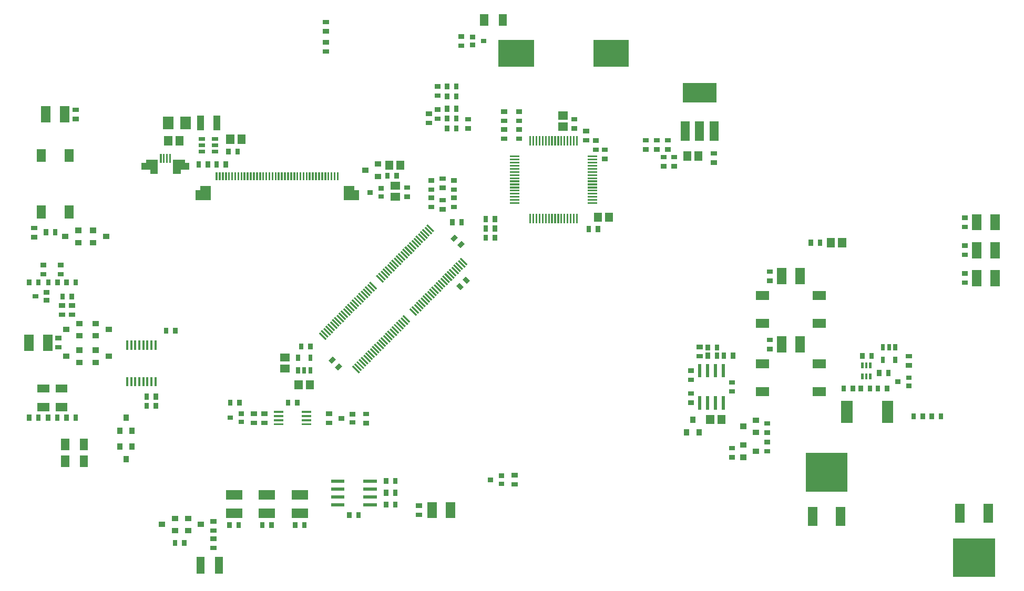
<source format=gbr>
G04 start of page 12 for group -4015 idx -4015 *
G04 Title: Power Board, toppaste *
G04 Creator: pcb 1.99z *
G04 CreationDate: Thu 09 Sep 2010 23:06:34 GMT UTC *
G04 For: rbarlow *
G04 Format: Gerber/RS-274X *
G04 PCB-Dimensions: 653543 393701 *
G04 PCB-Coordinate-Origin: lower left *
%MOIN*%
%FSLAX25Y25*%
%LNFRONTPASTE*%
%ADD11C,0.0200*%
%ADD32R,0.0283X0.0283*%
%ADD33R,0.0118X0.0118*%
%ADD34R,0.0340X0.0340*%
%ADD35R,0.0315X0.0315*%
%ADD36R,0.0630X0.0630*%
%ADD37R,0.0290X0.0290*%
%ADD38R,0.0551X0.0551*%
%ADD39R,0.0600X0.0600*%
%ADD40R,0.0512X0.0512*%
%ADD41R,0.0433X0.0433*%
%ADD42R,0.0240X0.0240*%
%ADD43R,0.0690X0.0690*%
%ADD44R,0.0197X0.0197*%
%ADD45R,0.0433X0.0433*%
%ADD46R,0.0276X0.0276*%
%ADD47R,0.0130X0.0130*%
%ADD48R,0.2453X0.2453*%
%ADD49R,0.0709X0.0709*%
%ADD50R,0.0150X0.0150*%
%ADD51R,0.0200X0.0200*%
%ADD53R,0.0110X0.0110*%
%ADD54R,0.1693X0.1693*%
%ADD55R,0.0560X0.0560*%
%ADD56R,0.1220X0.1220*%
G54D42*X558694Y155943D02*Y154343D01*
X566494Y155943D02*Y154343D01*
Y164143D02*Y162543D01*
X562594Y164143D02*Y162543D01*
X558694Y164143D02*Y162543D01*
X134240Y287476D02*X135840D01*
X134240Y291376D02*X135840D01*
X134240Y295276D02*X135840D01*
X126040D02*X127640D01*
X126040Y291376D02*X127640D01*
X126040Y287476D02*X127640D01*
G54D40*X125984Y27558D02*Y22048D01*
X137794Y27558D02*Y22048D01*
X51968Y92127D02*Y89765D01*
X40158Y92127D02*Y89765D01*
G54D33*X100788Y285159D02*Y280710D01*
X102757Y285159D02*Y280710D01*
X104725Y285159D02*Y280710D01*
X106694Y285159D02*Y280710D01*
G54D44*X92363Y281103D02*X98032D01*
G54D45*X90749Y277954D02*X96851D01*
G54D46*X95473Y274450D02*X97639D01*
G54D44*X109450Y281103D02*X115158D01*
G54D45*X110631Y277954D02*X116733D01*
G54D46*X109843Y274450D02*X112009D01*
G54D32*X109843Y39461D02*Y38493D01*
X115677Y39461D02*Y38493D01*
X133768Y52685D02*X134736D01*
X133768Y46851D02*X134736D01*
X133768Y41733D02*X134736D01*
X133768Y35899D02*X134736D01*
G54D34*X117810Y54651D02*X118410D01*
X117810Y46851D02*X118410D01*
X126010Y50751D02*X126610D01*
X109543Y46851D02*X110143D01*
X109543Y54651D02*X110143D01*
X101343Y50751D02*X101943D01*
G54D40*X317716Y372048D02*Y369686D01*
X305906Y372048D02*Y369686D01*
G54D39*X506208Y210385D02*Y206149D01*
X494488Y210385D02*Y206149D01*
G54D32*X271957Y252202D02*X272925D01*
X271957Y258036D02*X272925D01*
X381800Y282749D02*X382768D01*
X381800Y288583D02*X382768D01*
X249535Y63870D02*Y62902D01*
X243701Y63870D02*Y62902D01*
X318020Y306926D02*X318988D01*
X318020Y312760D02*X318988D01*
X291500Y243004D02*Y242036D01*
X285666Y243004D02*Y242036D01*
X288118Y302453D02*Y301485D01*
X282284Y302453D02*Y301485D01*
X486524Y205351D02*X487492D01*
X486524Y211185D02*X487492D01*
G54D37*X151582Y115905D02*X152182D01*
X151582Y121005D02*X152182D01*
X144582Y118505D02*X145182D01*
G54D32*X220312Y57177D02*Y56209D01*
X226146Y57177D02*Y56209D01*
X327469Y295509D02*X328437D01*
X327469Y301343D02*X328437D01*
X46367Y308107D02*X47335D01*
X46367Y313941D02*X47335D01*
X327469Y306926D02*X328437D01*
X327469Y312760D02*X328437D01*
X610146Y239603D02*X611114D01*
X610146Y245437D02*X611114D01*
G54D51*X209715Y78347D02*X216215D01*
X209715Y73347D02*X216215D01*
X209715Y68347D02*X216215D01*
X209715Y63347D02*X216215D01*
X230215D02*X236715D01*
X230215Y68347D02*X236715D01*
X230215Y73347D02*X236715D01*
X230215Y78347D02*X236715D01*
G54D32*X249535Y78831D02*Y77863D01*
X243701Y78831D02*Y77863D01*
X249535Y71350D02*Y70382D01*
X243701Y71350D02*Y70382D01*
X290855Y354564D02*X291823D01*
X290855Y360398D02*X291823D01*
G54D39*X506254Y167079D02*Y162843D01*
X494534Y167079D02*Y162843D01*
X27998Y313142D02*Y308906D01*
X39718Y313142D02*Y308906D01*
G54D32*X318020Y295509D02*X318988D01*
X318020Y301343D02*X318988D01*
X205028Y363619D02*X205996D01*
X205028Y369453D02*X205996D01*
G54D34*X48058Y229565D02*X48658D01*
X48058Y237365D02*X48658D01*
X39858Y233465D02*X40458D01*
G54D40*X51968Y102756D02*Y100394D01*
X40158Y102756D02*Y100394D01*
G54D32*X610146Y221887D02*X611114D01*
X610146Y227721D02*X611114D01*
X275894Y308268D02*X276862D01*
X275894Y314102D02*X276862D01*
G54D34*X59217Y161381D02*X59817D01*
X59217Y153581D02*X59817D01*
X67417Y157481D02*X68017D01*
X48845Y153581D02*X49445D01*
X48845Y161381D02*X49445D01*
X40645Y157481D02*X41245D01*
X82640Y100627D02*Y100027D01*
X74840Y100627D02*Y100027D01*
X78740Y92427D02*Y91827D01*
G54D32*X36918Y209449D02*X37886D01*
X36918Y215283D02*X37886D01*
G54D34*X74840Y110605D02*Y110005D01*
X82640Y110605D02*Y110005D01*
X78740Y118805D02*Y118205D01*
G54D37*X28047Y192932D02*X28647D01*
X28047Y198032D02*X28647D01*
X21047Y195532D02*X21647D01*
G54D43*X105536Y306112D02*Y304912D01*
X116536Y306112D02*Y304912D01*
G54D32*X166052Y121028D02*X167020D01*
X166052Y115194D02*X167020D01*
X35201Y118989D02*Y118021D01*
X29367Y118989D02*Y118021D01*
X282356Y315052D02*Y314084D01*
X288190Y315052D02*Y314084D01*
X23229Y118989D02*Y118021D01*
X17395Y118989D02*Y118021D01*
X35362Y204815D02*Y203847D01*
X29528Y204815D02*Y203847D01*
G54D34*X57642Y237365D02*X58242D01*
X57642Y229565D02*X58242D01*
X65842Y233465D02*X66442D01*
G54D32*X44417Y195760D02*Y194792D01*
X38583Y195760D02*Y194792D01*
G54D40*X25197Y137007D02*X27559D01*
X25197Y125197D02*X27559D01*
X36615Y137007D02*X38977D01*
X36615Y125197D02*X38977D01*
G54D32*X91804Y132374D02*Y131406D01*
X97638Y132374D02*Y131406D01*
X91804Y126469D02*Y125501D01*
X97638Y126469D02*Y125501D01*
X282356Y329225D02*Y328257D01*
X288190Y329225D02*Y328257D01*
X35343Y163225D02*X36311D01*
X35343Y169059D02*X36311D01*
G54D37*X222054Y115511D02*X222654D01*
X222054Y120611D02*X222654D01*
X215054Y118111D02*X215654D01*
G54D32*X206996Y115194D02*X207964D01*
X206996Y121028D02*X207964D01*
X376288Y294417D02*X377256D01*
X376288Y288583D02*X377256D01*
X369989Y300323D02*X370957D01*
X369989Y294489D02*X370957D01*
X286130Y258036D02*X287098D01*
X286130Y252202D02*X287098D01*
G54D37*X316543Y76534D02*X317143D01*
X316543Y81634D02*X317143D01*
X309543Y79134D02*X310143D01*
G54D32*X324713Y82051D02*X325681D01*
X324713Y76217D02*X325681D01*
G54D34*X434289Y109423D02*Y108823D01*
X442089Y109423D02*Y108823D01*
X438189Y117623D02*Y117023D01*
G54D32*X286130Y269059D02*X287098D01*
X286130Y263225D02*X287098D01*
X271957Y269059D02*X272925D01*
X271957Y263225D02*X272925D01*
G54D39*X29043Y168260D02*Y164024D01*
X17323Y168260D02*Y164024D01*
G54D32*X419201Y278025D02*X420169D01*
X419201Y283859D02*X420169D01*
G54D34*X48846Y170510D02*X49446D01*
X48846Y178310D02*X49446D01*
X40646Y174410D02*X41246D01*
X59217Y178310D02*X59817D01*
X59217Y170510D02*X59817D01*
X67417Y174410D02*X68017D01*
G54D32*X279044Y270240D02*X280012D01*
X279044Y264406D02*X280012D01*
G54D47*X97440Y166868D02*Y162262D01*
X94881Y166868D02*Y162262D01*
X92322Y166868D02*Y162262D01*
X89763Y166868D02*Y162262D01*
X87205Y166868D02*Y162262D01*
X84646Y166868D02*Y162262D01*
X82087Y166868D02*Y162262D01*
X79528Y166868D02*Y162262D01*
Y143640D02*Y139034D01*
X82087Y143640D02*Y139034D01*
X84646Y143640D02*Y139034D01*
X87205Y143640D02*Y139034D01*
X89763Y143640D02*Y139034D01*
X92322Y143640D02*Y139034D01*
X94881Y143640D02*Y139034D01*
X97440Y143640D02*Y139034D01*
G54D39*X629876Y226922D02*Y222686D01*
X618156Y226922D02*Y222686D01*
G54D32*X44005Y189764D02*X44973D01*
X44005Y183930D02*X44973D01*
X23157Y204815D02*Y203847D01*
X17323Y204815D02*Y203847D01*
X40945Y204815D02*Y203847D01*
X46779Y204815D02*Y203847D01*
G54D40*X456299Y117716D02*Y116930D01*
X449213Y117716D02*Y116930D01*
G54D32*X447638Y163477D02*Y162509D01*
X453472Y163477D02*Y162509D01*
G54D38*X481103Y135040D02*X483859D01*
X481103Y152756D02*X483859D01*
X516929Y135040D02*X519685D01*
X516929Y152756D02*X519685D01*
G54D32*X463708Y158359D02*Y157391D01*
X457874Y158359D02*Y157391D01*
X407784Y288655D02*X408752D01*
X407784Y294489D02*X408752D01*
X555548Y137493D02*Y136525D01*
X561382Y137493D02*Y136525D01*
G54D11*G36*
X270108Y241213D02*X274283Y237037D01*
X273447Y236202D01*
X269272Y240378D01*
X270108Y241213D01*
G37*
G36*
X268716Y239822D02*X272892Y235645D01*
X272056Y234810D01*
X267880Y238987D01*
X268716Y239822D01*
G37*
G36*
X267324Y238429D02*X271499Y234253D01*
X270663Y233418D01*
X266488Y237594D01*
X267324Y238429D01*
G37*
G36*
X265931Y237038D02*X270108Y232863D01*
X269273Y232027D01*
X265096Y236202D01*
X265931Y237038D01*
G37*
G36*
X264540Y235646D02*X268715Y231469D01*
X267879Y230634D01*
X263704Y234811D01*
X264540Y235646D01*
G37*
G36*
X263147Y234254D02*X267324Y230079D01*
X266489Y229243D01*
X262312Y233418D01*
X263147Y234254D01*
G37*
G36*
X261756Y232862D02*X265932Y228685D01*
X265096Y227850D01*
X260920Y232027D01*
X261756Y232862D01*
G37*
G36*
X260365Y231470D02*X264540Y227294D01*
X263704Y226459D01*
X259529Y230635D01*
X260365Y231470D01*
G37*
G36*
X258972Y230078D02*X263148Y225901D01*
X262312Y225066D01*
X258136Y229243D01*
X258972Y230078D01*
G37*
G36*
X257581Y228686D02*X261756Y224510D01*
X260920Y223675D01*
X256745Y227851D01*
X257581Y228686D01*
G37*
G36*
X256187Y227294D02*X260364Y223119D01*
X259529Y222283D01*
X255352Y226458D01*
X256187Y227294D01*
G37*
G36*
X254797Y225902D02*X258972Y221726D01*
X258136Y220891D01*
X253961Y225067D01*
X254797Y225902D01*
G37*
G36*
X253405Y224511D02*X257581Y220334D01*
X256745Y219499D01*
X252569Y223676D01*
X253405Y224511D01*
G37*
G36*
X252014Y223119D02*X256189Y218943D01*
X255353Y218108D01*
X251178Y222284D01*
X252014Y223119D01*
G37*
G36*
X250620Y221727D02*X254797Y217552D01*
X253962Y216716D01*
X249785Y220891D01*
X250620Y221727D01*
G37*
G36*
X249230Y220335D02*X253405Y216159D01*
X252569Y215324D01*
X248394Y219500D01*
X249230Y220335D01*
G37*
G36*
X247836Y218943D02*X252013Y214768D01*
X251178Y213932D01*
X247001Y218107D01*
X247836Y218943D01*
G37*
G36*
X246446Y217551D02*X250621Y213375D01*
X249785Y212540D01*
X245610Y216716D01*
X246446Y217551D01*
G37*
G36*
X245054Y216159D02*X249229Y211983D01*
X248393Y211148D01*
X244218Y215324D01*
X245054Y216159D01*
G37*
G36*
X243662Y214768D02*X247837Y210591D01*
X247001Y209756D01*
X242826Y213933D01*
X243662Y214768D01*
G37*
G36*
X242270Y213375D02*X246445Y209199D01*
X245609Y208364D01*
X241434Y212540D01*
X242270Y213375D01*
G37*
G36*
X240878Y211984D02*X245054Y207807D01*
X244218Y206972D01*
X240042Y211149D01*
X240878Y211984D01*
G37*
G36*
X239486Y210591D02*X243661Y206415D01*
X242825Y205580D01*
X238650Y209756D01*
X239486Y210591D01*
G37*
G36*
X238094Y209200D02*X242270Y205023D01*
X241434Y204188D01*
X237258Y208365D01*
X238094Y209200D01*
G37*
G36*
X259251Y188043D02*X263426Y183867D01*
X262590Y183032D01*
X258415Y187208D01*
X259251Y188043D01*
G37*
G36*
X260642Y189435D02*X264818Y185258D01*
X263982Y184423D01*
X259806Y188600D01*
X260642Y189435D01*
G37*
G36*
X262035Y190827D02*X266210Y186651D01*
X265374Y185816D01*
X261199Y189992D01*
X262035Y190827D01*
G37*
G36*
X263426Y192219D02*X267602Y188042D01*
X266766Y187207D01*
X262590Y191384D01*
X263426Y192219D01*
G37*
G36*
X264819Y193611D02*X268994Y189435D01*
X268158Y188600D01*
X263983Y192776D01*
X264819Y193611D01*
G37*
G36*
X266210Y195003D02*X270386Y190826D01*
X269550Y189991D01*
X265374Y194168D01*
X266210Y195003D01*
G37*
G36*
X267603Y196395D02*X271778Y192218D01*
X270942Y191383D01*
X266767Y195560D01*
X267603Y196395D01*
G37*
G36*
X268994Y197786D02*X273169Y193610D01*
X272333Y192775D01*
X268158Y196951D01*
X268994Y197786D01*
G37*
G36*
X270386Y199179D02*X274562Y195002D01*
X273726Y194167D01*
X269550Y198344D01*
X270386Y199179D01*
G37*
G36*
X271778Y200570D02*X275953Y196394D01*
X275117Y195559D01*
X270942Y199735D01*
X271778Y200570D01*
G37*
G36*
X273170Y201963D02*X277346Y197786D01*
X276510Y196951D01*
X272334Y201128D01*
X273170Y201963D01*
G37*
G36*
X274562Y203354D02*X278737Y199178D01*
X277901Y198343D01*
X273726Y202519D01*
X274562Y203354D01*
G37*
G36*
X275953Y204746D02*X280129Y200569D01*
X279293Y199734D01*
X275117Y203911D01*
X275953Y204746D01*
G37*
G36*
X277345Y206137D02*X281520Y201961D01*
X280684Y201126D01*
X276509Y205302D01*
X277345Y206137D01*
G37*
G36*
X278737Y207530D02*X282913Y203353D01*
X282077Y202518D01*
X277901Y206695D01*
X278737Y207530D01*
G37*
G36*
X280129Y208921D02*X284304Y204745D01*
X283468Y203910D01*
X279293Y208086D01*
X280129Y208921D01*
G37*
G36*
X281521Y210314D02*X285697Y206137D01*
X284861Y205302D01*
X280685Y209479D01*
X281521Y210314D01*
G37*
G36*
X282913Y211705D02*X287088Y207529D01*
X286252Y206694D01*
X282077Y210870D01*
X282913Y211705D01*
G37*
G36*
X284305Y213097D02*X288480Y208921D01*
X287644Y208086D01*
X283469Y212262D01*
X284305Y213097D01*
G37*
G36*
X285697Y214489D02*X289872Y210313D01*
X289036Y209478D01*
X284861Y213654D01*
X285697Y214489D01*
G37*
G36*
X287089Y215881D02*X291264Y211705D01*
X290428Y210870D01*
X286253Y215046D01*
X287089Y215881D01*
G37*
G36*
X288481Y217273D02*X292656Y213096D01*
X291820Y212261D01*
X287645Y216438D01*
X288481Y217273D01*
G37*
G36*
X289873Y218665D02*X294048Y214489D01*
X293212Y213654D01*
X289037Y217830D01*
X289873Y218665D01*
G37*
G36*
X291264Y220057D02*X295440Y215880D01*
X294604Y215045D01*
X290428Y219222D01*
X291264Y220057D01*
G37*
G54D40*X441732Y285039D02*Y284253D01*
X434646Y285039D02*Y284253D01*
G54D32*X539728Y137493D02*Y136525D01*
X533894Y137493D02*Y136525D01*
G54D50*X550770Y152772D02*Y150772D01*
X548170Y152772D02*Y150772D01*
X545670Y152772D02*Y150772D01*
Y145772D02*Y143772D01*
X548170Y145772D02*Y143772D01*
X550770Y145772D02*Y143772D01*
G54D32*X136221Y279618D02*Y278650D01*
X142055Y279618D02*Y278650D01*
X610146Y204170D02*X611114D01*
X610146Y210004D02*X611114D01*
X462508Y99142D02*X463476D01*
X462508Y93308D02*X463476D01*
X556371Y147335D02*Y146367D01*
X562205Y147335D02*Y146367D01*
G54D11*G36*
X211230Y150653D02*X213918Y153337D01*
X215918Y151334D01*
X213230Y148650D01*
X211230Y150653D01*
G37*
G36*
X207105Y154776D02*X209791Y157463D01*
X211793Y155462D01*
X209107Y152775D01*
X207105Y154776D01*
G37*
G54D37*X240165Y258818D02*X240765D01*
X240165Y263918D02*X240765D01*
X233165Y261418D02*X233765D01*
G54D32*X244488Y272532D02*Y271564D01*
X250322Y272532D02*Y271564D01*
X181568Y128437D02*Y127469D01*
X187402Y128437D02*Y127469D01*
G54D40*X249214Y258662D02*X250000D01*
X249214Y265748D02*X250000D01*
X245669Y279134D02*Y278348D01*
X252755Y279134D02*Y278348D01*
G54D11*G36*
X290115Y204220D02*X292801Y201533D01*
X290799Y199532D01*
X288113Y202219D01*
X290115Y204220D01*
G37*
G36*
X294240Y208345D02*X296926Y205658D01*
X294924Y203657D01*
X292238Y206344D01*
X294240Y208345D01*
G37*
G36*
X288789Y228211D02*X291474Y230897D01*
X293476Y228896D01*
X290791Y226210D01*
X288789Y228211D01*
G37*
G36*
X284664Y232336D02*X287349Y235022D01*
X289351Y233021D01*
X286666Y230335D01*
X284664Y232336D01*
G37*
G54D40*X179135Y156694D02*X179921D01*
X179135Y149608D02*X179921D01*
X188190Y139764D02*Y138978D01*
X195276Y139764D02*Y138978D01*
G54D32*X189835Y164264D02*Y163296D01*
X195669Y164264D02*Y163296D01*
G54D42*X195632Y157426D02*Y155826D01*
X187832Y157426D02*Y155826D01*
Y149226D02*Y147626D01*
X191732Y149226D02*Y147626D01*
X195632Y149226D02*Y147626D01*
G54D39*X165992Y69640D02*X170228D01*
X165992Y57920D02*X170228D01*
G54D34*X469779Y101182D02*X470379D01*
X469779Y93382D02*X470379D01*
X477979Y97282D02*X478579D01*
G54D32*X578185Y119776D02*Y118808D01*
X584019Y119776D02*Y118808D01*
G54D39*X625512Y60831D02*Y54879D01*
X607560Y60831D02*Y54879D01*
G54D48*X615532Y29725D02*X617540D01*
G54D38*X25000Y286220D02*Y283464D01*
X42716Y286220D02*Y283464D01*
X25000Y250394D02*Y247638D01*
X42716Y250394D02*Y247638D01*
G54D39*X145126Y69640D02*X149362D01*
X145126Y57920D02*X149362D01*
X629876Y209205D02*Y204969D01*
X618156Y209205D02*Y204969D01*
G54D32*X551504Y158162D02*Y157194D01*
X545670Y158162D02*Y157194D01*
X149535Y287886D02*Y286918D01*
X143701Y287886D02*Y286918D01*
G54D49*X561615Y125788D02*Y118702D01*
X535827Y125788D02*Y118702D01*
G54D32*X282356Y308753D02*Y307785D01*
X288190Y308753D02*Y307785D01*
X312760Y244973D02*Y244005D01*
X306926Y244973D02*Y244005D01*
Y239067D02*Y238099D01*
X312760Y239067D02*Y238099D01*
X256603Y258662D02*X257571D01*
X256603Y264496D02*X257571D01*
X436524Y142592D02*X437492D01*
X436524Y148426D02*X437492D01*
X451091Y280387D02*X452059D01*
X451091Y286221D02*X452059D01*
G54D11*G36*
X233762Y204869D02*X237939Y200694D01*
X237104Y199858D01*
X232927Y204033D01*
X233762Y204869D01*
G37*
G36*
X232372Y203477D02*X236547Y199301D01*
X235711Y198466D01*
X231536Y202642D01*
X232372Y203477D01*
G37*
G36*
X230980Y202085D02*X235155Y197909D01*
X234319Y197074D01*
X230144Y201250D01*
X230980Y202085D01*
G37*
G36*
X229588Y200693D02*X233763Y196517D01*
X232927Y195682D01*
X228752Y199858D01*
X229588Y200693D01*
G37*
G36*
X228196Y199301D02*X232371Y195125D01*
X231535Y194290D01*
X227360Y198466D01*
X228196Y199301D01*
G37*
G36*
X226804Y197910D02*X230979Y193733D01*
X230143Y192898D01*
X225968Y197075D01*
X226804Y197910D01*
G37*
G36*
X225412Y196517D02*X229587Y192341D01*
X228751Y191506D01*
X224576Y195682D01*
X225412Y196517D01*
G37*
G36*
X224020Y195126D02*X228196Y190949D01*
X227360Y190114D01*
X223184Y194291D01*
X224020Y195126D01*
G37*
G36*
X222628Y193733D02*X226803Y189557D01*
X225967Y188722D01*
X221792Y192898D01*
X222628Y193733D01*
G37*
G36*
X221236Y192342D02*X225412Y188165D01*
X224576Y187330D01*
X220400Y191507D01*
X221236Y192342D01*
G37*
G36*
X219844Y190950D02*X224019Y186773D01*
X223183Y185938D01*
X219008Y190115D01*
X219844Y190950D01*
G37*
G36*
X218451Y189558D02*X222628Y185383D01*
X221793Y184547D01*
X217616Y188722D01*
X218451Y189558D01*
G37*
G36*
X217061Y188166D02*X221236Y183990D01*
X220400Y183155D01*
X216225Y187331D01*
X217061Y188166D01*
G37*
G36*
X215669Y186775D02*X219845Y182598D01*
X219009Y181763D01*
X214833Y185940D01*
X215669Y186775D01*
G37*
G36*
X214277Y185382D02*X218452Y181206D01*
X217616Y180371D01*
X213441Y184547D01*
X214277Y185382D01*
G37*
G36*
X212885Y183991D02*X217061Y179814D01*
X216225Y178979D01*
X212049Y183156D01*
X212885Y183991D01*
G37*
G36*
X211493Y182599D02*X215668Y178422D01*
X214832Y177587D01*
X210657Y181764D01*
X211493Y182599D01*
G37*
G36*
X210100Y181207D02*X214277Y177032D01*
X213442Y176196D01*
X209265Y180371D01*
X210100Y181207D01*
G37*
G36*
X208709Y179815D02*X212885Y175638D01*
X212049Y174803D01*
X207873Y178980D01*
X208709Y179815D01*
G37*
G36*
X207318Y178423D02*X211493Y174247D01*
X210657Y173412D01*
X206482Y177588D01*
X207318Y178423D01*
G37*
G36*
X205925Y177031D02*X210101Y172854D01*
X209265Y172019D01*
X205089Y176196D01*
X205925Y177031D01*
G37*
G36*
X204534Y175639D02*X208709Y171463D01*
X207873Y170628D01*
X203698Y174804D01*
X204534Y175639D01*
G37*
G36*
X203140Y174247D02*X207317Y170072D01*
X206482Y169236D01*
X202305Y173411D01*
X203140Y174247D01*
G37*
G36*
X201750Y172855D02*X205925Y168679D01*
X205089Y167844D01*
X200914Y172020D01*
X201750Y172855D01*
G37*
G36*
X222906Y151699D02*X227082Y147522D01*
X226246Y146687D01*
X222070Y150864D01*
X222906Y151699D01*
G37*
G36*
X224298Y153090D02*X228473Y148914D01*
X227637Y148079D01*
X223462Y152255D01*
X224298Y153090D01*
G37*
G36*
X225690Y154483D02*X229866Y150306D01*
X229030Y149471D01*
X224854Y153648D01*
X225690Y154483D01*
G37*
G36*
X227082Y155874D02*X231257Y151698D01*
X230421Y150863D01*
X226246Y155039D01*
X227082Y155874D01*
G37*
G36*
X228473Y157266D02*X232650Y153091D01*
X231815Y152255D01*
X227638Y156430D01*
X228473Y157266D01*
G37*
G36*
X229866Y158658D02*X234041Y154482D01*
X233205Y153647D01*
X229030Y157823D01*
X229866Y158658D01*
G37*
G36*
X231258Y160050D02*X235433Y155874D01*
X234597Y155039D01*
X230422Y159215D01*
X231258Y160050D01*
G37*
G36*
X232650Y161442D02*X236825Y157266D01*
X235989Y156431D01*
X231814Y160607D01*
X232650Y161442D01*
G37*
G36*
X234042Y162834D02*X238217Y158658D01*
X237381Y157823D01*
X233206Y161999D01*
X234042Y162834D01*
G37*
G36*
X235434Y164226D02*X239609Y160049D01*
X238773Y159214D01*
X234598Y163391D01*
X235434Y164226D01*
G37*
G36*
X236826Y165618D02*X241001Y161442D01*
X240165Y160607D01*
X235990Y164783D01*
X236826Y165618D01*
G37*
G36*
X238217Y167010D02*X242393Y162833D01*
X241557Y161998D01*
X237381Y166175D01*
X238217Y167010D01*
G37*
G36*
X239609Y168401D02*X243784Y164225D01*
X242948Y163390D01*
X238773Y167566D01*
X239609Y168401D01*
G37*
G36*
X241001Y169793D02*X245176Y165616D01*
X244340Y164781D01*
X240165Y168958D01*
X241001Y169793D01*
G37*
G36*
X242393Y171185D02*X246568Y167009D01*
X245732Y166174D01*
X241557Y170350D01*
X242393Y171185D01*
G37*
G36*
X243785Y172577D02*X247960Y168400D01*
X247124Y167565D01*
X242949Y171742D01*
X243785Y172577D01*
G37*
G36*
X245177Y173969D02*X249352Y169793D01*
X248516Y168958D01*
X244341Y173134D01*
X245177Y173969D01*
G37*
G36*
X246568Y175361D02*X250744Y171184D01*
X249908Y170349D01*
X245732Y174526D01*
X246568Y175361D01*
G37*
G36*
X247961Y176753D02*X252136Y172577D01*
X251300Y171742D01*
X247125Y175918D01*
X247961Y176753D01*
G37*
G36*
X249352Y178145D02*X253528Y173968D01*
X252692Y173133D01*
X248516Y177310D01*
X249352Y178145D01*
G37*
G36*
X250745Y179537D02*X254920Y175360D01*
X254084Y174525D01*
X249909Y178702D01*
X250745Y179537D01*
G37*
G36*
X252135Y180928D02*X256312Y176753D01*
X255477Y175917D01*
X251300Y180092D01*
X252135Y180928D01*
G37*
G36*
X253528Y182321D02*X257704Y178144D01*
X256868Y177309D01*
X252692Y181486D01*
X253528Y182321D01*
G37*
G36*
X254920Y183712D02*X259095Y179536D01*
X258259Y178701D01*
X254084Y182877D01*
X254920Y183712D01*
G37*
G54D32*X436524Y127953D02*X437492D01*
X436524Y133787D02*X437492D01*
X130709Y279618D02*Y278650D01*
X124875Y279618D02*Y278650D01*
G54D38*X481103Y178347D02*X483859D01*
X481103Y196063D02*X483859D01*
X516929Y178347D02*X519685D01*
X516929Y196063D02*X519685D01*
G54D51*X442520Y131176D02*Y124676D01*
X447520Y131176D02*Y124676D01*
X452520Y131176D02*Y124676D01*
X457520Y131176D02*Y124676D01*
Y151676D02*Y145176D01*
X452520Y151676D02*Y145176D01*
X447520Y151676D02*Y145176D01*
X442520Y151676D02*Y145176D01*
G54D32*X186060Y50878D02*Y49910D01*
X191894Y50878D02*Y49910D01*
G54D39*X186859Y69640D02*X191095D01*
X186859Y57920D02*X191095D01*
G54D32*X306926Y233162D02*Y232194D01*
X312760Y233162D02*Y232194D01*
X264083Y62760D02*X265051D01*
X264083Y56926D02*X265051D01*
G54D39*X284646Y61961D02*Y57725D01*
X272926Y61961D02*Y57725D01*
G54D54*X383663Y349608D02*X389175D01*
X323427D02*X328939D01*
G54D34*X478047Y109130D02*X478647D01*
X478047Y116930D02*X478647D01*
X469847Y113030D02*X470447D01*
G54D32*X484949Y114890D02*X485917D01*
X484949Y109056D02*X485917D01*
G54D40*X385040Y246063D02*Y245277D01*
X377954Y246063D02*Y245277D01*
G54D55*X433475Y303694D02*Y297094D01*
X442475Y303694D02*Y297094D01*
X451575Y303694D02*Y297094D01*
G54D56*X437975Y324794D02*X446975D01*
G54D32*X275894Y328740D02*X276862D01*
X275894Y322906D02*X276862D01*
X270382Y305512D02*X271350D01*
X270382Y311346D02*X271350D01*
X295186Y307803D02*X296154D01*
X295186Y301969D02*X296154D01*
X544685Y137493D02*Y136525D01*
X550519Y137493D02*Y136525D01*
X414871Y294489D02*X415839D01*
X414871Y288655D02*X415839D01*
X421957D02*X422925D01*
X421957Y294489D02*X422925D01*
G54D41*X136221Y307874D02*Y303150D01*
X125985Y307874D02*Y303150D01*
G54D32*X19988Y233071D02*X20956D01*
X19988Y238905D02*X20956D01*
X33858Y236705D02*Y235737D01*
X28024Y236705D02*Y235737D01*
X144882Y128437D02*Y127469D01*
X150716Y128437D02*Y127469D01*
G54D40*X105513Y294488D02*Y293702D01*
X112599Y294488D02*Y293702D01*
G54D32*X462508Y135112D02*X463476D01*
X462508Y140946D02*X463476D01*
X442036Y163315D02*X443004D01*
X442036Y157481D02*X443004D01*
X484949Y103079D02*X485917D01*
X484949Y97245D02*X485917D01*
X165193Y50878D02*Y49910D01*
X171027Y50878D02*Y49910D01*
X144327Y50878D02*Y49910D01*
X150161Y50878D02*Y49910D01*
X372119Y238674D02*Y237706D01*
X377953Y238674D02*Y237706D01*
G54D37*X574897Y138798D02*X575497D01*
X574897Y143898D02*X575497D01*
X567897Y141398D02*X568497D01*
G54D39*X514056Y58705D02*Y52753D01*
X532008Y58705D02*Y52753D01*
G54D48*X522028Y83859D02*X524036D01*
G54D37*X298212Y360081D02*X298812D01*
X298212Y354981D02*X298812D01*
X305212Y357481D02*X305812D01*
G54D40*X355513Y303150D02*X356299D01*
X355513Y310236D02*X356299D01*
G54D39*X629876Y244638D02*Y240402D01*
X618156Y244638D02*Y240402D01*
G54D34*X238283Y271654D02*X238883D01*
X238283Y279454D02*X238883D01*
X230083Y275554D02*X230683D01*
G54D33*X136221Y273524D02*Y269784D01*
X138190Y273524D02*Y269784D01*
X140158Y273524D02*Y269784D01*
X142127Y273524D02*Y269784D01*
X144095Y273524D02*Y269784D01*
X146064Y273524D02*Y269784D01*
X148032Y273524D02*Y269784D01*
X150001Y273524D02*Y269784D01*
X151969Y273524D02*Y269784D01*
X153938Y273524D02*Y269784D01*
X155906Y273524D02*Y269784D01*
X157875Y273524D02*Y269784D01*
X159843Y273524D02*Y269784D01*
X161812Y273524D02*Y269784D01*
X163780Y273524D02*Y269784D01*
X165749Y273524D02*Y269784D01*
X167717Y273524D02*Y269784D01*
X169686Y273524D02*Y269784D01*
X171654Y273524D02*Y269784D01*
X173623Y273524D02*Y269784D01*
X175591Y273524D02*Y269784D01*
X177560Y273524D02*Y269784D01*
X179528Y273524D02*Y269784D01*
X181497Y273524D02*Y269784D01*
X183465Y273524D02*Y269784D01*
X185434Y273524D02*Y269784D01*
X187402Y273524D02*Y269784D01*
X189371Y273524D02*Y269784D01*
X191339Y273524D02*Y269784D01*
X193308Y273524D02*Y269784D01*
X195276Y273524D02*Y269784D01*
X197245Y273524D02*Y269784D01*
X199213Y273524D02*Y269784D01*
X201182Y273524D02*Y269784D01*
X203150Y273524D02*Y269784D01*
X205119Y273524D02*Y269784D01*
X207087Y273524D02*Y269784D01*
X209056Y273524D02*Y269784D01*
X211024Y273524D02*Y269784D01*
X212993Y273524D02*Y269784D01*
G54D35*X127560Y264075D02*X130985D01*
G54D36*X126064Y259705D02*X129410D01*
G54D35*X218505Y264075D02*X221851D01*
G54D36*X220079Y259705D02*X223347D01*
G54D32*X282356Y322926D02*Y321958D01*
X288190Y322926D02*Y321958D01*
X279044Y250627D02*X280012D01*
X279044Y256461D02*X280012D01*
X37705Y189764D02*X38673D01*
X37705Y183930D02*X38673D01*
X447638Y158359D02*Y157391D01*
X453472Y158359D02*Y157391D01*
X574713Y151772D02*X575681D01*
X574713Y157606D02*X575681D01*
X512992Y230012D02*Y229044D01*
X518826Y230012D02*Y229044D01*
G54D40*X532837Y229921D02*Y229135D01*
X525751Y229921D02*Y229135D01*
G54D47*X173288Y122048D02*X177894D01*
X173288Y119489D02*X177894D01*
X173288Y116931D02*X177894D01*
X173288Y114372D02*X177894D01*
X191004D02*X195610D01*
X191004Y116931D02*X195610D01*
X191004Y119489D02*X195610D01*
X191004Y122048D02*X195610D01*
G54D32*X230617Y120795D02*X231585D01*
X230617Y114961D02*X231585D01*
G54D53*X364645Y296623D02*Y291725D01*
X362677Y296623D02*Y291725D01*
X360708Y296623D02*Y291725D01*
X358740Y296623D02*Y291725D01*
X356771Y296623D02*Y291725D01*
X354803Y296623D02*Y291725D01*
X352834Y296623D02*Y291725D01*
X350866Y296623D02*Y291725D01*
X348897Y296623D02*Y291725D01*
X346929Y296623D02*Y291725D01*
X344960Y296623D02*Y291725D01*
X342992Y296623D02*Y291725D01*
X341023Y296623D02*Y291725D01*
X339055Y296623D02*Y291725D01*
X337086Y296623D02*Y291725D01*
X335118Y296623D02*Y291725D01*
X322748Y284252D02*X327646D01*
X322748Y282284D02*X327646D01*
X322748Y280315D02*X327646D01*
X322748Y278347D02*X327646D01*
X322748Y276378D02*X327646D01*
X322748Y274410D02*X327646D01*
X322748Y272441D02*X327646D01*
X322748Y270473D02*X327646D01*
X322748Y268504D02*X327646D01*
X322748Y266536D02*X327646D01*
X322748Y264567D02*X327646D01*
X322748Y262599D02*X327646D01*
X322748Y260630D02*X327646D01*
X322748Y258662D02*X327646D01*
X322748Y256693D02*X327646D01*
X322748Y254725D02*X327646D01*
X335119Y247253D02*Y242355D01*
X337087Y247253D02*Y242355D01*
X339056Y247253D02*Y242355D01*
X341024Y247253D02*Y242355D01*
X342993Y247253D02*Y242355D01*
X344961Y247253D02*Y242355D01*
X346930Y247253D02*Y242355D01*
X348898Y247253D02*Y242355D01*
X350867Y247253D02*Y242355D01*
X352835Y247253D02*Y242355D01*
X354804Y247253D02*Y242355D01*
X356772Y247253D02*Y242355D01*
X358741Y247253D02*Y242355D01*
X360709Y247253D02*Y242355D01*
X362678Y247253D02*Y242355D01*
X364646Y247253D02*Y242355D01*
X372118Y254726D02*X377016D01*
X372118Y256694D02*X377016D01*
X372118Y258663D02*X377016D01*
X372118Y260631D02*X377016D01*
X372118Y262600D02*X377016D01*
X372118Y264568D02*X377016D01*
X372118Y266537D02*X377016D01*
X372118Y268505D02*X377016D01*
X372118Y270474D02*X377016D01*
X372118Y272442D02*X377016D01*
X372118Y274411D02*X377016D01*
X372118Y276379D02*X377016D01*
X372118Y278348D02*X377016D01*
X372118Y280316D02*X377016D01*
X372118Y282285D02*X377016D01*
X372118Y284253D02*X377016D01*
G54D32*X595598Y119776D02*Y118808D01*
X589764Y119776D02*Y118808D01*
X25894Y209449D02*X26862D01*
X25894Y215283D02*X26862D01*
X425894Y283859D02*X426862D01*
X425894Y278025D02*X426862D01*
X159359Y121028D02*X160327D01*
X159359Y115194D02*X160327D01*
G54D40*X144882Y295669D02*Y294883D01*
X151968Y295669D02*Y294883D01*
G54D32*X40945Y118989D02*Y118021D01*
X46779Y118989D02*Y118021D01*
X362508Y307803D02*X363476D01*
X362508Y301969D02*X363476D01*
X104170Y174107D02*Y173139D01*
X110004Y174107D02*Y173139D01*
X486524Y162044D02*X487492D01*
X486524Y167878D02*X487492D01*
X205028Y350860D02*X205996D01*
X205028Y356694D02*X205996D01*
M02*

</source>
